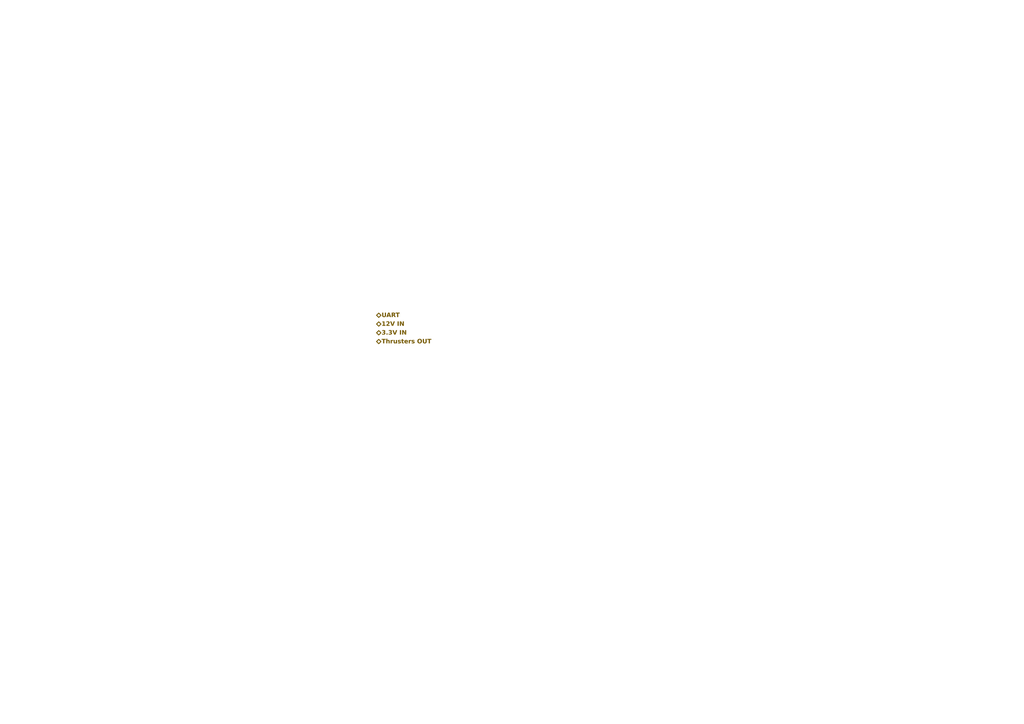
<source format=kicad_sch>
(kicad_sch
	(version 20240101)
	(generator "eeschema")
	(generator_version "8.99")
	(uuid "9656877e-9947-4465-b8a7-40790b2fc774")
	(paper "A4")
	(lib_symbols)
	(hierarchical_label "12V IN"
		(shape bidirectional)
		(at 109.22 93.98 0)
		(fields_autoplaced yes)
		(effects
			(font
				(face "JetBrains Mono")
				(size 1.27 1.27)
				(thickness 0.254)
				(bold yes)
			)
			(justify left)
		)
		(uuid "01781eeb-5ef6-48a0-aff9-369b559b80de")
	)
	(hierarchical_label "3.3V IN"
		(shape bidirectional)
		(at 109.22 96.52 0)
		(fields_autoplaced yes)
		(effects
			(font
				(face "JetBrains Mono")
				(size 1.27 1.27)
				(thickness 0.254)
				(bold yes)
			)
			(justify left)
		)
		(uuid "774bc39e-b51b-47a7-a6ec-86db3476bf71")
	)
	(hierarchical_label "UART"
		(shape bidirectional)
		(at 109.22 91.44 0)
		(fields_autoplaced yes)
		(effects
			(font
				(face "JetBrains Mono")
				(size 1.27 1.27)
				(thickness 0.254)
				(bold yes)
			)
			(justify left)
		)
		(uuid "89f26e55-632c-45c1-b52e-0327d1fe8083")
	)
	(hierarchical_label "Thrusters OUT"
		(shape bidirectional)
		(at 109.22 99.06 0)
		(fields_autoplaced yes)
		(effects
			(font
				(face "JetBrains Mono")
				(size 1.27 1.27)
				(thickness 0.254)
				(bold yes)
			)
			(justify left)
		)
		(uuid "c3e544e6-278e-443e-8a8a-e653d4b2a8fa")
	)
)
</source>
